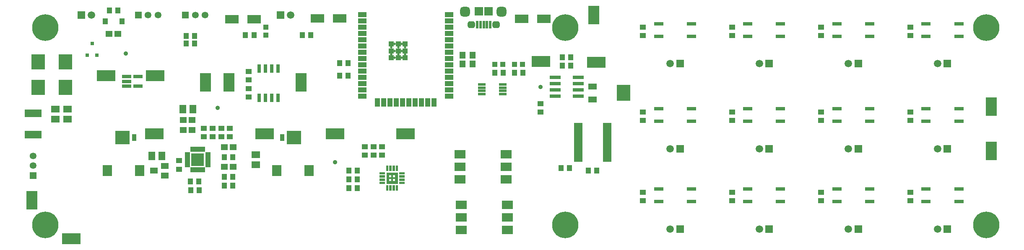
<source format=gts>
G04*
G04 #@! TF.GenerationSoftware,Altium Limited,Altium Designer,22.8.2 (66)*
G04*
G04 Layer_Color=8388736*
%FSLAX25Y25*%
%MOIN*%
G70*
G04*
G04 #@! TF.SameCoordinates,F23DE1FB-CEBC-40D8-82DF-6EE2EAA0B71B*
G04*
G04*
G04 #@! TF.FilePolarity,Negative*
G04*
G01*
G75*
%ADD22R,0.06607X0.02572*%
%ADD23R,0.08674X0.06706*%
%ADD24R,0.07400X0.03000*%
%ADD25R,0.04737X0.04343*%
%ADD26R,0.04343X0.04737*%
%ADD27R,0.10642X0.12611*%
%ADD28R,0.07099X0.04737*%
%ADD29R,0.08600X0.03000*%
%ADD30R,0.06299X0.02165*%
%ADD31R,0.03950X0.03950*%
%ADD32R,0.04343X0.04343*%
%ADD33R,0.06706X0.04343*%
%ADD34R,0.04343X0.06706*%
%ADD35C,0.03556*%
%ADD36R,0.00104X0.00104*%
%ADD37R,0.14580X0.08674*%
%ADD38R,0.06800X0.05524*%
%ADD39R,0.03162X0.06706*%
%ADD40R,0.03800X0.05800*%
%ADD41R,0.11300X0.10800*%
%ADD42R,0.07493X0.08674*%
%ADD43R,0.06312X0.04737*%
%ADD44R,0.01863X0.04186*%
%ADD45R,0.04186X0.01863*%
%ADD46R,0.10446X0.10446*%
%ADD47R,0.05524X0.05131*%
%ADD48R,0.05524X0.06800*%
%ADD49R,0.02800X0.02800*%
%ADD50R,0.07200X0.02800*%
%ADD51R,0.04400X0.05100*%
%ADD52R,0.10642X0.07099*%
%ADD53R,0.03950X0.03950*%
%ADD54R,0.05131X0.05524*%
%ADD55R,0.08674X0.14580*%
%ADD56R,0.10642X0.12380*%
%ADD57R,0.13753X0.06076*%
%ADD58R,0.02126X0.05866*%
%ADD59R,0.06706X0.06902*%
%ADD60R,0.05950X0.05950*%
%ADD61C,0.05950*%
%ADD62C,0.01981*%
%ADD63C,0.02375*%
%ADD64C,0.05328*%
%ADD65R,0.05328X0.05328*%
%ADD66R,0.05328X0.05328*%
%ADD67O,0.20879X0.21272*%
G04:AMPARAMS|DCode=68|XSize=76.77mil|YSize=76.77mil|CornerRadius=21.16mil|HoleSize=0mil|Usage=FLASHONLY|Rotation=0.000|XOffset=0mil|YOffset=0mil|HoleType=Round|Shape=RoundedRectangle|*
%AMROUNDEDRECTD68*
21,1,0.07677,0.03445,0,0,0.0*
21,1,0.03445,0.07677,0,0,0.0*
1,1,0.04232,0.01722,-0.01722*
1,1,0.04232,-0.01722,-0.01722*
1,1,0.04232,-0.01722,0.01722*
1,1,0.04232,0.01722,0.01722*
%
%ADD68ROUNDEDRECTD68*%
G04:AMPARAMS|DCode=69|XSize=57.21mil|YSize=55.24mil|CornerRadius=15.81mil|HoleSize=0mil|Usage=FLASHONLY|Rotation=180.000|XOffset=0mil|YOffset=0mil|HoleType=Round|Shape=RoundedRectangle|*
%AMROUNDEDRECTD69*
21,1,0.05721,0.02362,0,0,180.0*
21,1,0.02559,0.05524,0,0,180.0*
1,1,0.03162,-0.01280,0.01181*
1,1,0.03162,0.01280,0.01181*
1,1,0.03162,0.01280,-0.01181*
1,1,0.03162,-0.01280,-0.01181*
%
%ADD69ROUNDEDRECTD69*%
G36*
X300083Y62683D02*
X298157D01*
Y67168D01*
X300083D01*
Y62683D01*
D02*
G37*
G36*
X297524D02*
X295598D01*
Y67168D01*
X297524D01*
Y62683D01*
D02*
G37*
G36*
X294965D02*
X293039D01*
Y67168D01*
X294965D01*
Y62683D01*
D02*
G37*
G36*
X292406D02*
X290480D01*
Y67168D01*
X292406D01*
Y62683D01*
D02*
G37*
G36*
X305392Y59962D02*
X300907D01*
Y61888D01*
X305392D01*
Y59962D01*
D02*
G37*
G36*
X289644D02*
X285159D01*
Y61888D01*
X289644D01*
Y59962D01*
D02*
G37*
G36*
X305392Y57403D02*
X300907D01*
Y59329D01*
X305392D01*
Y57403D01*
D02*
G37*
G36*
X289644D02*
X285159D01*
Y59329D01*
X289644D01*
Y57403D01*
D02*
G37*
G36*
X305392Y54844D02*
X300907D01*
Y56770D01*
X305392D01*
Y54844D01*
D02*
G37*
G36*
X289644D02*
X285159D01*
Y56770D01*
X289644D01*
Y54844D01*
D02*
G37*
G36*
X299778Y59424D02*
Y57849D01*
Y56324D01*
Y52585D01*
X290774D01*
Y54749D01*
Y56324D01*
Y57849D01*
Y59424D01*
Y61589D01*
X299778D01*
Y59424D01*
D02*
G37*
G36*
X305392Y52285D02*
X300907D01*
Y54211D01*
X305392D01*
Y52285D01*
D02*
G37*
G36*
X289644D02*
X285159D01*
Y54211D01*
X289644D01*
Y52285D01*
D02*
G37*
G36*
X300077Y47069D02*
X298151D01*
Y51553D01*
X300077D01*
Y47069D01*
D02*
G37*
G36*
X297518D02*
X295592D01*
Y51553D01*
X297518D01*
Y47069D01*
D02*
G37*
G36*
X294959D02*
X293033D01*
Y51553D01*
X294959D01*
Y47069D01*
D02*
G37*
G36*
X292400D02*
X290474D01*
Y51553D01*
X292400D01*
Y47069D01*
D02*
G37*
%LPC*%
G36*
X297613Y59424D02*
X296038D01*
Y57849D01*
X297613D01*
Y59424D01*
D02*
G37*
G36*
X294513D02*
X292938D01*
Y57849D01*
X294513D01*
Y59424D01*
D02*
G37*
G36*
X297613Y56324D02*
X296038D01*
Y54749D01*
X297613D01*
Y56324D01*
D02*
G37*
G36*
X294513D02*
X292938D01*
Y54749D01*
X294513D01*
Y56324D01*
D02*
G37*
%LPD*%
D22*
X466291Y79232D02*
D03*
Y81791D02*
D03*
Y84350D02*
D03*
Y86910D02*
D03*
Y71555D02*
D03*
Y74114D02*
D03*
Y76673D02*
D03*
Y89468D02*
D03*
Y92028D02*
D03*
Y94587D02*
D03*
Y97146D02*
D03*
Y99705D02*
D03*
X443157D02*
D03*
Y97146D02*
D03*
Y94587D02*
D03*
Y92028D02*
D03*
Y89468D02*
D03*
Y86910D02*
D03*
Y84350D02*
D03*
Y81791D02*
D03*
Y79232D02*
D03*
Y76673D02*
D03*
Y74114D02*
D03*
Y71555D02*
D03*
D23*
X385827Y56102D02*
D03*
Y66102D02*
D03*
X349410D02*
D03*
Y56102D02*
D03*
X385827Y76102D02*
D03*
X349409Y76102D02*
D03*
X350394Y35748D02*
D03*
X386811Y35748D02*
D03*
X350394Y15748D02*
D03*
Y25748D02*
D03*
X386811D02*
D03*
Y15748D02*
D03*
D24*
X745755Y48346D02*
D03*
Y38346D02*
D03*
X719655D02*
D03*
Y48346D02*
D03*
X533210Y112370D02*
D03*
Y102370D02*
D03*
X507110D02*
D03*
Y112370D02*
D03*
X533210Y48346D02*
D03*
Y38346D02*
D03*
X507110D02*
D03*
Y48346D02*
D03*
X604076Y180139D02*
D03*
Y170139D02*
D03*
X577976D02*
D03*
Y180139D02*
D03*
X604076Y112370D02*
D03*
Y102370D02*
D03*
X577976D02*
D03*
Y112370D02*
D03*
X604076Y48346D02*
D03*
Y38346D02*
D03*
X577976D02*
D03*
Y48346D02*
D03*
X674942Y180139D02*
D03*
Y170139D02*
D03*
X648842D02*
D03*
Y180139D02*
D03*
X674942Y112370D02*
D03*
Y102370D02*
D03*
X648842D02*
D03*
Y112370D02*
D03*
X674942Y48346D02*
D03*
Y38346D02*
D03*
X648842D02*
D03*
Y48346D02*
D03*
X745755Y180130D02*
D03*
Y170130D02*
D03*
X719655D02*
D03*
Y180130D02*
D03*
X745755Y112370D02*
D03*
Y102370D02*
D03*
X719655D02*
D03*
Y112370D02*
D03*
X533210Y180139D02*
D03*
Y170139D02*
D03*
X507110D02*
D03*
Y180139D02*
D03*
D25*
X494569Y103039D02*
D03*
Y109732D02*
D03*
Y39015D02*
D03*
Y45708D02*
D03*
X565435Y170808D02*
D03*
Y177501D02*
D03*
X565436Y103039D02*
D03*
Y109732D02*
D03*
Y39015D02*
D03*
Y45708D02*
D03*
X636302Y170808D02*
D03*
Y177501D02*
D03*
X636302Y103039D02*
D03*
Y109732D02*
D03*
X636302Y39015D02*
D03*
Y45708D02*
D03*
X707114Y170799D02*
D03*
Y177492D02*
D03*
X707114Y103039D02*
D03*
Y109732D02*
D03*
X707114Y39015D02*
D03*
Y45708D02*
D03*
X494569Y170808D02*
D03*
Y177501D02*
D03*
X413386Y116535D02*
D03*
Y109843D02*
D03*
X287402Y75394D02*
D03*
Y82087D02*
D03*
X280512Y82087D02*
D03*
Y75394D02*
D03*
X273622D02*
D03*
Y82087D02*
D03*
X181102Y142126D02*
D03*
Y135433D02*
D03*
X181102Y121653D02*
D03*
Y128347D02*
D03*
X145669Y90158D02*
D03*
Y96850D02*
D03*
X159449Y96850D02*
D03*
Y90158D02*
D03*
X152559Y96850D02*
D03*
Y90158D02*
D03*
X166339Y96850D02*
D03*
Y90158D02*
D03*
X125984Y70957D02*
D03*
Y64265D02*
D03*
D26*
X429724Y64961D02*
D03*
X436417D02*
D03*
X451378Y62992D02*
D03*
X458071D02*
D03*
X430709Y146653D02*
D03*
X437402D02*
D03*
X430709Y153543D02*
D03*
X437402D02*
D03*
X267717Y49213D02*
D03*
X261024D02*
D03*
X261024Y56102D02*
D03*
X267717Y56102D02*
D03*
Y62992D02*
D03*
X261024D02*
D03*
X141785Y47429D02*
D03*
X135092D02*
D03*
X135057Y54321D02*
D03*
X141750D02*
D03*
X168701Y51181D02*
D03*
X162008D02*
D03*
X162008Y58071D02*
D03*
X168701D02*
D03*
X168701Y73819D02*
D03*
X162008D02*
D03*
X260236Y138779D02*
D03*
X253543D02*
D03*
X260236Y148622D02*
D03*
X253543D02*
D03*
X77165Y190849D02*
D03*
X70472D02*
D03*
X138189Y164370D02*
D03*
X131496D02*
D03*
X138189Y170276D02*
D03*
X131496D02*
D03*
X185433Y171260D02*
D03*
X178740D02*
D03*
X224016Y171260D02*
D03*
X230709D02*
D03*
X392571Y140992D02*
D03*
X399264D02*
D03*
X376806Y141073D02*
D03*
X383499D02*
D03*
D27*
X479134Y125000D02*
D03*
D28*
X454528Y119882D02*
D03*
Y130118D02*
D03*
D29*
X424755Y122421D02*
D03*
Y127421D02*
D03*
Y132421D02*
D03*
Y137421D02*
D03*
X443355D02*
D03*
Y132421D02*
D03*
Y127421D02*
D03*
Y122421D02*
D03*
D30*
X383287Y129232D02*
D03*
X366713Y124114D02*
D03*
Y126673D02*
D03*
Y129232D02*
D03*
Y131791D02*
D03*
X383287D02*
D03*
Y126673D02*
D03*
Y124114D02*
D03*
D31*
X194882Y177559D02*
D03*
Y171260D02*
D03*
D32*
X305672Y153032D02*
D03*
X300160D02*
D03*
X294648D02*
D03*
X305672Y158543D02*
D03*
X300160D02*
D03*
X294648D02*
D03*
X305672Y164055D02*
D03*
X300160D02*
D03*
X294648D02*
D03*
D33*
X340514Y187441D02*
D03*
Y182441D02*
D03*
Y177441D02*
D03*
Y172441D02*
D03*
Y167441D02*
D03*
Y162441D02*
D03*
Y157441D02*
D03*
Y152441D02*
D03*
Y147441D02*
D03*
Y142441D02*
D03*
Y137441D02*
D03*
Y132441D02*
D03*
Y127441D02*
D03*
Y122441D02*
D03*
X271616D02*
D03*
Y127441D02*
D03*
Y132441D02*
D03*
Y137441D02*
D03*
Y142441D02*
D03*
Y147441D02*
D03*
Y152441D02*
D03*
Y157441D02*
D03*
Y162441D02*
D03*
Y167441D02*
D03*
Y172441D02*
D03*
Y177441D02*
D03*
Y182441D02*
D03*
Y187441D02*
D03*
D34*
X328585Y117520D02*
D03*
X323585D02*
D03*
X318585D02*
D03*
X313585D02*
D03*
X308585D02*
D03*
X303585D02*
D03*
X298585D02*
D03*
X293585D02*
D03*
X288585D02*
D03*
X283585D02*
D03*
D35*
X413386Y129921D02*
D03*
X250000Y69882D02*
D03*
X156496Y113189D02*
D03*
X83661Y156496D02*
D03*
D36*
X295276Y57087D02*
D03*
D37*
X306065Y92520D02*
D03*
X457677Y149606D02*
D03*
X413529Y150197D02*
D03*
X249932Y92520D02*
D03*
X106299Y92520D02*
D03*
X193898D02*
D03*
X107029Y138779D02*
D03*
X40354Y8858D02*
D03*
X67913Y138779D02*
D03*
D38*
X187008Y67850D02*
D03*
Y75850D02*
D03*
X37402Y112268D02*
D03*
Y104268D02*
D03*
X27559Y112268D02*
D03*
Y104268D02*
D03*
D39*
X204547Y121215D02*
D03*
X199547D02*
D03*
X194547D02*
D03*
X189547D02*
D03*
Y144336D02*
D03*
X194547D02*
D03*
X199547D02*
D03*
X204547Y144336D02*
D03*
D40*
X208064Y89567D02*
D03*
X90164D02*
D03*
D41*
X217320D02*
D03*
X80909D02*
D03*
D42*
X229331Y62992D02*
D03*
X203740D02*
D03*
X94488D02*
D03*
X68898D02*
D03*
D43*
X114567Y59252D02*
D03*
X105905Y62992D02*
D03*
X114567Y66732D02*
D03*
D44*
X135827Y63732D02*
D03*
Y79969D02*
D03*
X137795D02*
D03*
X139764D02*
D03*
X141732D02*
D03*
X143701D02*
D03*
X145669D02*
D03*
Y63732D02*
D03*
X143701D02*
D03*
X141732D02*
D03*
X139764D02*
D03*
X137795D02*
D03*
D45*
X148866Y76772D02*
D03*
Y74803D02*
D03*
Y72835D02*
D03*
Y70866D02*
D03*
Y68898D02*
D03*
Y66929D02*
D03*
X132630D02*
D03*
Y68898D02*
D03*
Y70866D02*
D03*
Y72835D02*
D03*
Y74803D02*
D03*
Y76772D02*
D03*
D46*
X140748Y71850D02*
D03*
D47*
X161811Y65945D02*
D03*
X168898D02*
D03*
X136417Y103347D02*
D03*
X129331D02*
D03*
X136417Y95472D02*
D03*
X129331D02*
D03*
X168898Y81693D02*
D03*
X161811D02*
D03*
X70276Y172244D02*
D03*
X77362D02*
D03*
D48*
X128874Y112205D02*
D03*
X136874D02*
D03*
X104268Y74803D02*
D03*
X112268D02*
D03*
D49*
X53051Y155060D02*
D03*
X60532D02*
D03*
X56791Y164460D02*
D03*
D50*
X93116Y137942D02*
D03*
Y130462D02*
D03*
X84116D02*
D03*
Y134202D02*
D03*
Y137942D02*
D03*
D51*
X80519Y182087D02*
D03*
X67119D02*
D03*
D52*
X185630Y183858D02*
D03*
X167913D02*
D03*
X253543Y184449D02*
D03*
X235827D02*
D03*
X398270Y184230D02*
D03*
X415986D02*
D03*
D53*
X399024Y147638D02*
D03*
X392725D02*
D03*
X383268D02*
D03*
X376969D02*
D03*
D54*
X359252Y148031D02*
D03*
Y155118D02*
D03*
X351378Y155118D02*
D03*
Y148031D02*
D03*
D55*
X223017Y133591D02*
D03*
X165718Y133591D02*
D03*
X146880Y133591D02*
D03*
X455709Y187008D02*
D03*
X771654Y78740D02*
D03*
Y114173D02*
D03*
X8858Y39370D02*
D03*
D56*
X35433Y129593D02*
D03*
Y149934D02*
D03*
X13780Y129593D02*
D03*
Y149934D02*
D03*
D57*
X9843Y91929D02*
D03*
Y108858D02*
D03*
D58*
X362992Y179528D02*
D03*
X365551D02*
D03*
X368110D02*
D03*
X370669D02*
D03*
X373228D02*
D03*
D59*
X372047Y190157D02*
D03*
X364173D02*
D03*
D60*
X524097Y80598D02*
D03*
Y16575D02*
D03*
X594963Y148367D02*
D03*
X594963Y80598D02*
D03*
Y16575D02*
D03*
X665829Y148367D02*
D03*
X665829Y80598D02*
D03*
X665829Y16575D02*
D03*
X736642Y148358D02*
D03*
X736642Y80598D02*
D03*
X736642Y16575D02*
D03*
X524097Y148367D02*
D03*
X206693Y187205D02*
D03*
X48228D02*
D03*
D61*
X516223Y80598D02*
D03*
Y16575D02*
D03*
X587089Y148367D02*
D03*
X587089Y80598D02*
D03*
Y16575D02*
D03*
X657955Y148367D02*
D03*
X657955Y80598D02*
D03*
X657955Y16575D02*
D03*
X728768Y148358D02*
D03*
X728768Y80598D02*
D03*
X728768Y16575D02*
D03*
X516223Y148367D02*
D03*
X214567Y187205D02*
D03*
X56102D02*
D03*
D62*
X302916Y153032D02*
D03*
X300160Y155787D02*
D03*
X294648D02*
D03*
X297404Y158543D02*
D03*
X300160Y161299D02*
D03*
X297404Y164055D02*
D03*
X294648Y161299D02*
D03*
X302916Y158543D02*
D03*
X305672Y161299D02*
D03*
Y155787D02*
D03*
X302916Y164055D02*
D03*
X297404Y153032D02*
D03*
D63*
X136909Y71850D02*
D03*
X140748Y68012D02*
D03*
X144587Y71850D02*
D03*
X140748Y75689D02*
D03*
Y71850D02*
D03*
D64*
X146705Y187008D02*
D03*
X138807D02*
D03*
X101406D02*
D03*
X109303D02*
D03*
X9843Y66957D02*
D03*
Y74854D02*
D03*
D65*
X130905Y187008D02*
D03*
X93504D02*
D03*
D66*
X9843Y59055D02*
D03*
D67*
X19685Y19685D02*
D03*
Y177165D02*
D03*
X433071Y19685D02*
D03*
Y177165D02*
D03*
X767717D02*
D03*
X767717Y19685D02*
D03*
D68*
X353323Y189866D02*
D03*
X382398Y189866D02*
D03*
D69*
X377953Y179528D02*
D03*
X358268D02*
D03*
M02*

</source>
